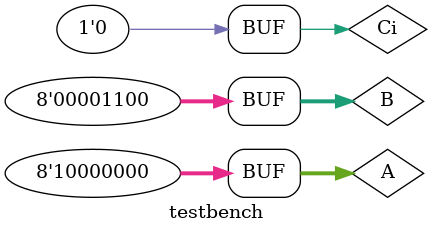
<source format=v>
`include "ebfa.v"  

module testbench;

    reg [7:0]A,B;
    reg Ci;          // i/p's in reg

    wire [7:0]S,C;
    wire Co;         // o/p's in wire

    ebfa obj (S,Co,A,B,Ci);

    initial 
    begin
    A=128;
    B=12;
    Ci=0;

    $monitor("A=%d, B=%d, S=%d, Co=%b",A,B,S,Co);
    end

endmodule    

</source>
